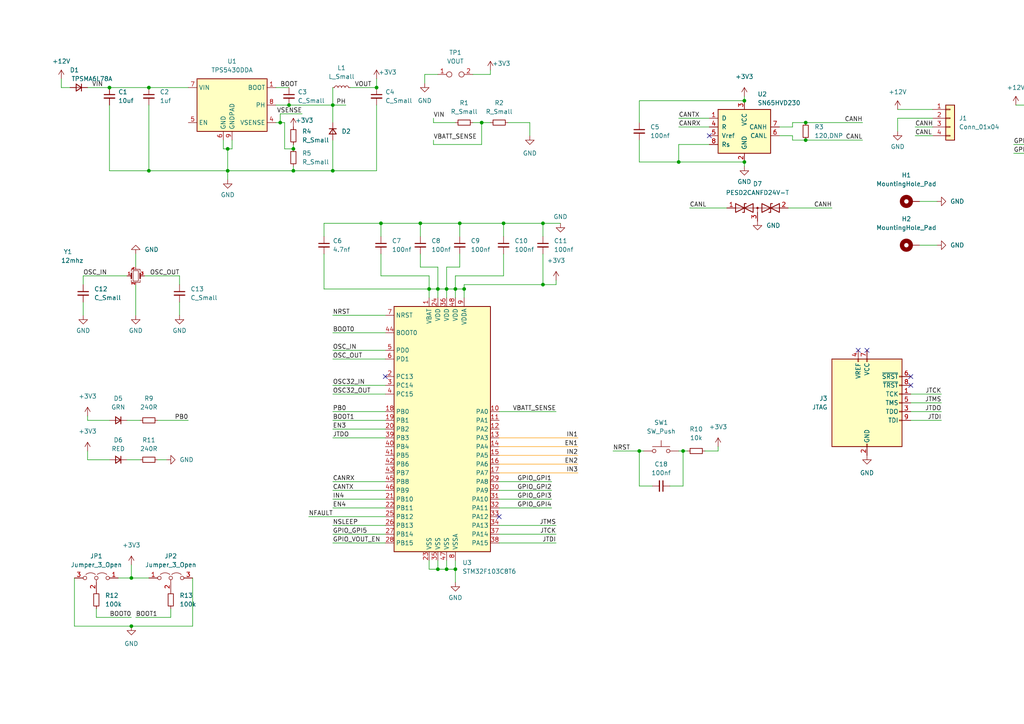
<source format=kicad_sch>
(kicad_sch (version 20211123) (generator eeschema)
  (paper "A4")
  (junction (at 196.85 46.99))
  (junction (at 146.05 64.77))
  (junction (at 198.12 130.81))
  (junction (at -23.495 111.125))
  (junction (at 109.22 25.4))
  (junction (at 129.54 165.1))
  (junction (at -35.56 287.655))
  (junction (at -49.53 117.475))
  (junction (at 83.82 30.48))
  (junction (at 132.08 165.1))
  (junction (at 129.54 83.82))
  (junction (at -23.495 250.825))
  (junction (at 132.08 83.82))
  (junction (at 85.09 43.18))
  (junction (at -38.1 195.58))
  (junction (at 124.46 83.82))
  (junction (at 110.49 64.77))
  (junction (at 96.52 30.48))
  (junction (at 66.04 43.18))
  (junction (at 134.62 83.82))
  (junction (at -89.535 250.825))
  (junction (at -35.56 236.22))
  (junction (at 157.48 64.77))
  (junction (at -38.1 205.105))
  (junction (at 43.18 25.4))
  (junction (at -41.275 116.205))
  (junction (at 29.845 236.22))
  (junction (at 41.91 302.26))
  (junction (at -23.495 116.205))
  (junction (at 29.845 287.655))
  (junction (at -23.495 302.26))
  (junction (at 96.52 49.53))
  (junction (at 121.92 64.77))
  (junction (at 127 83.82))
  (junction (at -45.085 103.505))
  (junction (at 127 165.1))
  (junction (at -49.53 109.855))
  (junction (at 81.28 35.56))
  (junction (at -89.535 294.005))
  (junction (at 185.42 130.81))
  (junction (at 335.28 41.275))
  (junction (at 233.68 35.56))
  (junction (at -41.275 111.125))
  (junction (at 139.7 35.56))
  (junction (at 66.04 49.53))
  (junction (at -97.79 89.535))
  (junction (at 31.75 25.4))
  (junction (at 215.9 46.99))
  (junction (at -49.53 120.015))
  (junction (at 215.9 29.21))
  (junction (at 43.18 49.53))
  (junction (at 38.1 181.61))
  (junction (at 157.48 82.55))
  (junction (at -101.6 236.22))
  (junction (at 133.35 64.77))
  (junction (at 233.68 40.64))
  (junction (at 85.09 49.53))
  (junction (at -101.6 279.4))
  (junction (at 38.1 167.64))
  (junction (at 41.91 250.825))
  (no_connect (at -86.36 158.115))
  (no_connect (at 144.78 149.86))
  (no_connect (at 251.46 101.6))
  (no_connect (at 205.74 39.37))
  (no_connect (at 111.76 109.22))
  (no_connect (at 248.92 101.6))
  (no_connect (at 264.16 109.22))
  (no_connect (at 264.16 111.76))
  (no_connect (at -86.36 155.575))
  (wire (pts (xy -80.01 225.425) (xy -89.535 225.425)))
  (wire (pts (xy 85.09 49.53) (xy 85.09 48.26)))
  (wire (pts (xy -104.775 89.535) (xy -97.79 89.535)))
  (wire (pts (xy -49.53 117.475) (xy -46.355 117.475)))
  (wire (pts (xy -101.6 248.92) (xy -101.6 250.825)))
  (wire (pts (xy 36.83 121.92) (xy 40.64 121.92)))
  (wire (pts (xy -53.34 109.855) (xy -49.53 109.855)))
  (wire (pts (xy 198.12 130.81) (xy 198.12 140.97)))
  (wire (pts (xy 64.77 43.18) (xy 66.04 43.18)))
  (wire (pts (xy 96.52 127) (xy 111.76 127)))
  (wire (pts (xy -111.76 140.335) (xy -88.9 140.335)) (stroke (width 0) (color 255 153 0 1)))
  (wire (pts (xy 127 165.1) (xy 129.54 165.1)))
  (wire (pts (xy 52.07 87.63) (xy 52.07 91.44)))
  (wire (pts (xy 57.785 225.425) (xy 41.91 225.425)))
  (wire (pts (xy 27.94 176.53) (xy 27.94 179.07)))
  (wire (pts (xy 96.52 104.14) (xy 111.76 104.14)))
  (wire (pts (xy 132.08 83.82) (xy 132.08 86.36)))
  (wire (pts (xy -46.99 205.105) (xy -38.1 205.105)))
  (wire (pts (xy 229.87 35.56) (xy 233.68 35.56)))
  (wire (pts (xy 260.35 34.29) (xy 260.35 38.1)))
  (wire (pts (xy 41.91 241.3) (xy 41.91 250.825)))
  (wire (pts (xy 133.35 73.66) (xy 133.35 77.47)))
  (wire (pts (xy 133.35 64.77) (xy 146.05 64.77)))
  (wire (pts (xy -38.1 195.58) (xy -38.1 197.485)))
  (wire (pts (xy -136.525 89.535) (xy -122.555 89.535)))
  (wire (pts (xy 96.52 119.38) (xy 111.76 119.38)))
  (wire (pts (xy -53.34 99.695) (xy -45.085 99.695)))
  (wire (pts (xy -123.825 108.585) (xy -88.9 108.585)) (stroke (width 0) (color 128 77 0 1)))
  (wire (pts (xy 233.68 40.64) (xy 250.19 40.64)))
  (wire (pts (xy 110.49 80.01) (xy 124.46 80.01)))
  (wire (pts (xy 124.46 80.01) (xy 124.46 83.82)))
  (wire (pts (xy 41.91 250.825) (xy 41.91 254)))
  (wire (pts (xy 124.46 83.82) (xy 124.46 86.36)))
  (wire (pts (xy -49.53 112.395) (xy -49.53 109.855)))
  (wire (pts (xy -135.89 94.615) (xy -122.555 94.615)))
  (wire (pts (xy 139.7 35.56) (xy 142.24 35.56)))
  (wire (pts (xy 31.75 25.4) (xy 43.18 25.4)))
  (wire (pts (xy -49.53 158.115) (xy -49.53 155.575)))
  (wire (pts (xy 160.02 142.24) (xy 144.78 142.24)))
  (wire (pts (xy 81.28 35.56) (xy 82.55 35.56)))
  (wire (pts (xy 185.42 46.99) (xy 196.85 46.99)))
  (wire (pts (xy 24.13 80.01) (xy 36.83 80.01)))
  (wire (pts (xy 129.54 83.82) (xy 132.08 83.82)))
  (wire (pts (xy 121.92 64.77) (xy 121.92 68.58)))
  (wire (pts (xy 36.83 133.35) (xy 40.64 133.35)))
  (wire (pts (xy -45.085 102.235) (xy -45.085 103.505)))
  (wire (pts (xy 205.74 41.91) (xy 196.85 41.91)))
  (wire (pts (xy 132.08 80.01) (xy 132.08 83.82)))
  (wire (pts (xy -53.34 97.155) (xy -45.085 97.155)))
  (wire (pts (xy -97.79 87.63) (xy -97.79 89.535)))
  (wire (pts (xy -53.34 137.795) (xy -30.48 137.795)) (stroke (width 0) (color 221 133 0 1)))
  (wire (pts (xy -35.56 302.26) (xy -23.495 302.26)))
  (wire (pts (xy -46.355 116.205) (xy -41.275 116.205)))
  (wire (pts (xy 111.76 152.4) (xy 96.52 152.4)))
  (wire (pts (xy -7.62 275.59) (xy -23.495 275.59)))
  (wire (pts (xy 328.295 37.465) (xy 340.36 37.465)))
  (wire (pts (xy 160.02 139.7) (xy 144.78 139.7)))
  (wire (pts (xy 25.4 25.4) (xy 31.75 25.4)))
  (wire (pts (xy 124.46 162.56) (xy 124.46 165.1)))
  (wire (pts (xy -49.53 122.555) (xy -49.53 120.015)))
  (wire (pts (xy 215.9 29.21) (xy 185.42 29.21)))
  (wire (pts (xy 45.72 133.35) (xy 48.26 133.35)))
  (wire (pts (xy 125.73 35.56) (xy 132.08 35.56)))
  (wire (pts (xy 96.52 154.94) (xy 111.76 154.94)))
  (wire (pts (xy -45.085 99.695) (xy -45.085 100.965)))
  (wire (pts (xy -101.6 225.425) (xy -101.6 228.6)))
  (wire (pts (xy 146.05 64.77) (xy 146.05 68.58)))
  (wire (pts (xy 57.785 275.59) (xy 41.91 275.59)))
  (wire (pts (xy 142.24 20.32) (xy 142.24 21.59)))
  (wire (pts (xy -35.56 233.68) (xy -35.56 236.22)))
  (wire (pts (xy -53.34 102.235) (xy -45.085 102.235)))
  (wire (pts (xy 96.52 114.3) (xy 111.76 114.3)))
  (wire (pts (xy 335.28 40.005) (xy 335.28 41.275)))
  (wire (pts (xy 161.29 81.28) (xy 161.29 82.55)))
  (wire (pts (xy 127 83.82) (xy 129.54 83.82)))
  (wire (pts (xy 226.06 36.83) (xy 229.87 36.83)))
  (wire (pts (xy 208.28 130.81) (xy 204.47 130.81)))
  (wire (pts (xy -46.355 116.205) (xy -46.355 117.475)))
  (wire (pts (xy 24.13 82.55) (xy 24.13 80.01)))
  (wire (pts (xy 167.64 129.54) (xy 144.78 129.54)) (stroke (width 0) (color 255 153 0 1)))
  (wire (pts (xy 317.5 41.275) (xy 335.28 41.275)))
  (wire (pts (xy -45.085 97.155) (xy -45.085 95.885)))
  (wire (pts (xy 80.01 35.56) (xy 81.28 35.56)))
  (wire (pts (xy -89.535 250.825) (xy -89.535 254)))
  (wire (pts (xy 162.56 64.77) (xy 157.48 64.77)))
  (wire (pts (xy -111.76 127.635) (xy -88.9 127.635)) (stroke (width 0) (color 255 153 0 1)))
  (wire (pts (xy 41.91 275.59) (xy 41.91 282.575)))
  (wire (pts (xy 196.85 41.91) (xy 196.85 46.99)))
  (wire (pts (xy 186.69 130.81) (xy 185.42 130.81)))
  (wire (pts (xy 125.73 40.64) (xy 125.73 41.91)))
  (wire (pts (xy 93.98 68.58) (xy 93.98 64.77)))
  (wire (pts (xy 340.36 47.625) (xy 317.5 47.625)) (stroke (width 0) (color 221 133 0 1)))
  (wire (pts (xy 81.28 33.02) (xy 87.63 33.02)))
  (wire (pts (xy -68.58 205.105) (xy -54.61 205.105)))
  (wire (pts (xy 160.02 147.32) (xy 144.78 147.32)))
  (wire (pts (xy -45.085 111.125) (xy -41.275 111.125)))
  (wire (pts (xy 82.55 43.18) (xy 85.09 43.18)))
  (wire (pts (xy 83.82 30.48) (xy 96.52 30.48)))
  (wire (pts (xy 96.52 157.48) (xy 111.76 157.48)))
  (wire (pts (xy 25.4 130.81) (xy 25.4 133.35)))
  (wire (pts (xy 20.32 275.59) (xy 29.845 275.59)))
  (wire (pts (xy 45.72 121.92) (xy 54.61 121.92)))
  (wire (pts (xy 38.1 167.64) (xy 43.18 167.64)))
  (wire (pts (xy 134.62 82.55) (xy 134.62 83.82)))
  (wire (pts (xy -53.34 114.935) (xy -49.53 114.935)))
  (wire (pts (xy -45.085 103.505) (xy -28.575 103.505)))
  (wire (pts (xy 265.43 39.37) (xy 270.51 39.37)))
  (wire (pts (xy 43.18 25.4) (xy 54.61 25.4)))
  (wire (pts (xy 167.64 132.08) (xy 144.78 132.08)) (stroke (width 0) (color 255 153 0 1)))
  (wire (pts (xy -89.535 294.005) (xy -89.535 297.18)))
  (wire (pts (xy 24.13 87.63) (xy 24.13 91.44)))
  (wire (pts (xy 185.42 140.97) (xy 189.23 140.97)))
  (wire (pts (xy -41.275 111.125) (xy -23.495 111.125)))
  (wire (pts (xy 38.1 167.64) (xy 34.29 167.64)))
  (wire (pts (xy 142.24 21.59) (xy 137.16 21.59)))
  (wire (pts (xy -35.56 287.655) (xy -31.115 287.655)))
  (wire (pts (xy -112.395 225.425) (xy -101.6 225.425)))
  (wire (pts (xy 266.7 71.12) (xy 271.78 71.12)))
  (wire (pts (xy 139.7 41.91) (xy 139.7 35.56)))
  (wire (pts (xy -53.34 127.635) (xy -30.48 127.635)) (stroke (width 0) (color 221 133 0 1)))
  (wire (pts (xy 66.04 49.53) (xy 85.09 49.53)))
  (wire (pts (xy 144.78 157.48) (xy 161.29 157.48)))
  (wire (pts (xy 294.005 44.45) (xy 304.8 44.45)))
  (wire (pts (xy 196.85 36.83) (xy 205.74 36.83)))
  (wire (pts (xy 109.22 22.86) (xy 109.22 25.4)))
  (wire (pts (xy 41.91 80.01) (xy 52.07 80.01)))
  (wire (pts (xy -80.01 267.335) (xy -89.535 267.335)))
  (wire (pts (xy -53.34 120.015) (xy -49.53 120.015)))
  (wire (pts (xy 96.52 121.92) (xy 111.76 121.92)))
  (wire (pts (xy 64.77 40.64) (xy 64.77 43.18)))
  (wire (pts (xy 93.98 64.77) (xy 110.49 64.77)))
  (wire (pts (xy -49.53 114.935) (xy -49.53 117.475)))
  (wire (pts (xy 29.845 275.59) (xy 29.845 281.305)))
  (wire (pts (xy 199.39 130.81) (xy 198.12 130.81)))
  (wire (pts (xy 25.4 120.65) (xy 25.4 121.92)))
  (wire (pts (xy 134.62 83.82) (xy 134.62 86.36)))
  (wire (pts (xy 229.87 39.37) (xy 229.87 40.64)))
  (wire (pts (xy -89.535 284.48) (xy -89.535 294.005)))
  (wire (pts (xy 55.88 181.61) (xy 38.1 181.61)))
  (wire (pts (xy 41.91 292.735) (xy 41.91 302.26)))
  (wire (pts (xy 96.52 49.53) (xy 85.09 49.53)))
  (wire (pts (xy -101.6 236.22) (xy -97.155 236.22)))
  (wire (pts (xy 340.36 40.005) (xy 335.28 40.005)))
  (wire (pts (xy 228.6 60.325) (xy 241.3 60.325)))
  (wire (pts (xy 196.85 34.29) (xy 205.74 34.29)))
  (wire (pts (xy 198.12 130.81) (xy 196.85 130.81)))
  (wire (pts (xy 294.64 30.48) (xy 301.625 30.48)))
  (wire (pts (xy 132.08 83.82) (xy 134.62 83.82)))
  (wire (pts (xy -101.6 279.4) (xy -97.155 279.4)))
  (wire (pts (xy 96.52 91.44) (xy 111.76 91.44)))
  (wire (pts (xy 167.64 127) (xy 144.78 127)) (stroke (width 0) (color 255 153 0 1)))
  (wire (pts (xy 167.64 134.62) (xy 144.78 134.62)) (stroke (width 0) (color 255 153 0 1)))
  (wire (pts (xy 353.06 45.085) (xy 375.92 45.085)))
  (wire (pts (xy 96.52 147.32) (xy 111.76 147.32)))
  (wire (pts (xy -123.825 102.743) (xy -123.825 103.505)))
  (wire (pts (xy -10.16 185.42) (xy -25.4 185.42)))
  (wire (pts (xy -45.085 275.59) (xy -35.56 275.59)))
  (wire (pts (xy -101.6 236.22) (xy -101.6 238.76)))
  (wire (pts (xy 177.8 130.81) (xy 185.42 130.81)))
  (wire (pts (xy 123.19 21.59) (xy 127 21.59)))
  (wire (pts (xy -45.085 95.885) (xy -34.925 95.885)))
  (wire (pts (xy 160.02 144.78) (xy 144.78 144.78)))
  (wire (pts (xy 185.42 40.64) (xy 185.42 46.99)))
  (wire (pts (xy 127 83.82) (xy 127 86.36)))
  (wire (pts (xy 111.76 149.86) (xy 89.535 149.86)))
  (wire (pts (xy 264.16 116.84) (xy 273.05 116.84)))
  (wire (pts (xy 66.04 43.18) (xy 67.31 43.18)))
  (wire (pts (xy 29.845 286.385) (xy 29.845 287.655)))
  (wire (pts (xy 153.67 35.56) (xy 147.32 35.56)))
  (wire (pts (xy 121.92 77.47) (xy 127 77.47)))
  (wire (pts (xy 109.22 49.53) (xy 96.52 49.53)))
  (wire (pts (xy 146.05 64.77) (xy 157.48 64.77)))
  (wire (pts (xy 29.845 236.22) (xy 29.845 238.76)))
  (wire (pts (xy 127 162.56) (xy 127 165.1)))
  (wire (pts (xy 41.91 225.425) (xy 41.91 231.14)))
  (wire (pts (xy 29.845 300.355) (xy 29.845 302.26)))
  (wire (pts (xy -35.56 286.385) (xy -35.56 287.655)))
  (wire (pts (xy 29.845 236.22) (xy 34.29 236.22)))
  (wire (pts (xy 144.78 119.38) (xy 161.29 119.38)))
  (wire (pts (xy 317.5 55.245) (xy 340.36 55.245)))
  (wire (pts (xy 196.85 46.99) (xy 215.9 46.99)))
  (wire (pts (xy 29.845 248.92) (xy 29.845 250.825)))
  (wire (pts (xy -45.085 103.505) (xy -45.085 104.775)))
  (wire (pts (xy 264.16 114.3) (xy 273.05 114.3)))
  (wire (pts (xy 229.87 40.64) (xy 233.68 40.64)))
  (wire (pts (xy 96.52 96.52) (xy 111.76 96.52)))
  (wire (pts (xy 132.08 165.1) (xy 132.08 168.91)))
  (wire (pts (xy 29.845 302.26) (xy 41.91 302.26)))
  (wire (pts (xy 96.52 35.56) (xy 96.52 30.48)))
  (wire (pts (xy 129.54 165.1) (xy 132.08 165.1)))
  (wire (pts (xy -113.919 102.743) (xy -123.825 102.743)))
  (wire (pts (xy 335.28 42.545) (xy 335.28 41.275)))
  (wire (pts (xy 29.845 250.825) (xy 41.91 250.825)))
  (wire (pts (xy 21.59 167.64) (xy 21.59 181.61)))
  (wire (pts (xy 31.75 30.48) (xy 31.75 49.53)))
  (wire (pts (xy -23.495 107.315) (xy -23.495 111.125)))
  (wire (pts (xy -101.6 278.13) (xy -101.6 279.4)))
  (wire (pts (xy -38.1 195.58) (xy -33.02 195.58)))
  (wire (pts (xy -89.535 225.425) (xy -89.535 231.14)))
  (wire (pts (xy 49.53 176.53) (xy 49.53 179.07)))
  (wire (pts (xy -45.085 104.775) (xy -53.34 104.775)))
  (wire (pts (xy -35.56 236.22) (xy -35.56 238.76)))
  (wire (pts (xy 93.98 83.82) (xy 124.46 83.82)))
  (wire (pts (xy 96.52 124.46) (xy 111.76 124.46)))
  (wire (pts (xy 39.37 73.66) (xy 39.37 77.47)))
  (wire (pts (xy -53.34 122.555) (xy -49.53 122.555)))
  (wire (pts (xy 80.01 30.48) (xy 83.82 30.48)))
  (wire (pts (xy 215.9 27.94) (xy 215.9 29.21)))
  (wire (pts (xy -35.56 248.92) (xy -35.56 250.825)))
  (wire (pts (xy 185.42 29.21) (xy 185.42 35.56)))
  (wire (pts (xy -35.56 300.355) (xy -35.56 302.26)))
  (wire (pts (xy -111.76 135.255) (xy -88.9 135.255)) (stroke (width 0) (color 255 153 0 1)))
  (wire (pts (xy -45.085 100.965) (xy -34.925 100.965)))
  (wire (pts (xy 340.36 45.085) (xy 317.5 45.085)) (stroke (width 0) (color 221 133 0 1)))
  (wire (pts (xy 157.48 64.77) (xy 157.48 68.58)))
  (wire (pts (xy 41.91 302.26) (xy 41.91 305.435)))
  (wire (pts (xy 127 77.47) (xy 127 83.82)))
  (wire (pts (xy 264.16 121.92) (xy 273.05 121.92)))
  (wire (pts (xy -53.34 130.175) (xy -30.48 130.175)) (stroke (width 0) (color 221 133 0 1)))
  (wire (pts (xy 129.54 162.56) (xy 129.54 165.1)))
  (wire (pts (xy 38.1 163.83) (xy 38.1 167.64)))
  (wire (pts (xy 110.49 64.77) (xy 121.92 64.77)))
  (wire (pts (xy 82.55 35.56) (xy 82.55 43.18)))
  (wire (pts (xy 144.78 154.94) (xy 161.29 154.94)))
  (wire (pts (xy -89.535 267.335) (xy -89.535 274.32)))
  (wire (pts (xy -111.76 125.095) (xy -88.9 125.095)) (stroke (width 0) (color 255 153 0 1)))
  (wire (pts (xy 317.5 52.705) (xy 340.36 52.705)))
  (wire (pts (xy -30.48 137.795) (xy -30.48 141.605)))
  (wire (pts (xy 85.09 43.18) (xy 85.09 41.91)))
  (wire (pts (xy 52.07 80.01) (xy 52.07 82.55)))
  (wire (pts (xy -25.4 185.42) (xy -25.4 190.5)))
  (wire (pts (xy 340.36 42.545) (xy 335.28 42.545)))
  (wire (pts (xy 93.98 73.66) (xy 93.98 83.82)))
  (wire (pts (xy -48.895 225.425) (xy -35.56 225.425)))
  (wire (pts (xy 96.52 111.76) (xy 111.76 111.76)))
  (wire (pts (xy 125.73 41.91) (xy 139.7 41.91)))
  (wire (pts (xy -112.395 267.335) (xy -101.6 267.335)))
  (wire (pts (xy 96.52 25.4) (xy 96.52 30.48)))
  (wire (pts (xy -97.79 94.615) (xy -104.775 94.615)))
  (wire (pts (xy 233.68 35.56) (xy 250.19 35.56)))
  (wire (pts (xy -101.6 250.825) (xy -89.535 250.825)))
  (wire (pts (xy 167.64 137.16) (xy 144.78 137.16)) (stroke (width 0) (color 255 153 0 1)))
  (wire (pts (xy 81.28 33.02) (xy 81.28 35.56)))
  (wire (pts (xy 260.35 31.75) (xy 270.51 31.75)))
  (wire (pts (xy 121.92 73.66) (xy 121.92 77.47)))
  (wire (pts (xy -23.495 302.26) (xy -23.495 305.435)))
  (wire (pts (xy -25.4 205.105) (xy -25.4 200.66)))
  (wire (pts (xy 29.845 233.68) (xy 29.845 236.22)))
  (wire (pts (xy 96.52 142.24) (xy 111.76 142.24)))
  (wire (pts (xy 25.4 121.92) (xy 31.75 121.92)))
  (wire (pts (xy -53.34 112.395) (xy -49.53 112.395)))
  (wire (pts (xy 110.49 73.66) (xy 110.49 80.01)))
  (wire (pts (xy 200.025 60.325) (xy 210.82 60.325)))
  (wire (pts (xy 39.37 179.07) (xy 49.53 179.07)))
  (wire (pts (xy -23.495 275.59) (xy -23.495 282.575)))
  (wire (pts (xy 229.87 36.83) (xy 229.87 35.56)))
  (wire (pts (xy -68.58 195.58) (xy -38.1 195.58)))
  (wire (pts (xy 16.51 225.425) (xy 29.845 225.425)))
  (wire (pts (xy -108.585 111.125) (xy -88.9 111.125)))
  (wire (pts (xy 137.16 35.56) (xy 139.7 35.56)))
  (wire (pts (xy 157.48 82.55) (xy 134.62 82.55)))
  (wire (pts (xy -111.76 137.795) (xy -88.9 137.795)) (stroke (width 0) (color 255 153 0 1)))
  (wire (pts (xy 38.1 179.07) (xy 27.94 179.07)))
  (wire (pts (xy 264.16 119.38) (xy 273.05 119.38)))
  (wire (pts (xy 215.9 48.26) (xy 215.9 46.99)))
  (wire (pts (xy 146.05 73.66) (xy 146.05 80.01)))
  (wire (pts (xy 39.37 82.55) (xy 39.37 91.44)))
  (wire (pts (xy -117.475 89.535) (xy -112.395 89.535)))
  (wire (pts (xy 96.52 101.6) (xy 111.76 101.6)))
  (wire (pts (xy 353.06 55.245) (xy 375.92 55.245)))
  (wire (pts (xy 109.22 30.48) (xy 109.22 49.53)))
  (wire (pts (xy 110.49 68.58) (xy 110.49 64.77)))
  (wire (pts (xy -117.475 94.615) (xy -112.395 94.615)))
  (wire (pts (xy -49.53 109.855) (xy -45.085 109.855)))
  (wire (pts (xy 96.52 139.7) (xy 111.76 139.7)))
  (wire (pts (xy 121.92 64.77) (xy 133.35 64.77)))
  (wire (pts (xy -53.34 135.255) (xy -30.48 135.255)) (stroke (width 0) (color 221 133 0 1)))
  (wire (pts (xy 208.28 129.54) (xy 208.28 130.81)))
  (wire (pts (xy 266.7 58.42) (xy 271.78 58.42)))
  (wire (pts (xy 132.08 162.56) (xy 132.08 165.1)))
  (wire (pts (xy -49.53 117.475) (xy -49.53 120.015)))
  (wire (pts (xy 66.04 43.18) (xy 66.04 49.53)))
  (wire (pts (xy -23.495 250.825) (xy -23.495 254)))
  (wire (pts (xy -38.1 205.105) (xy -25.4 205.105)))
  (wire (pts (xy -23.495 225.425) (xy -23.495 231.14)))
  (wire (pts (xy -89.535 241.3) (xy -89.535 250.825)))
  (wire (pts (xy -23.495 292.735) (xy -23.495 302.26)))
  (wire (pts (xy 29.845 287.655) (xy 29.845 290.195)))
  (wire (pts (xy 260.35 34.29) (xy 270.51 34.29)))
  (wire (pts (xy 144.78 152.4) (xy 161.29 152.4)))
  (wire (pts (xy 125.73 34.29) (xy 125.73 35.56)))
  (wire (pts (xy 153.67 39.37) (xy 153.67 35.56)))
  (wire (pts (xy 25.4 133.35) (xy 31.75 133.35)))
  (wire (pts (xy 55.88 167.64) (xy 55.88 181.61)))
  (wire (pts (xy -101.6 233.68) (xy -101.6 236.22)))
  (wire (pts (xy 67.31 43.18) (xy 67.31 40.64)))
  (wire (pts (xy 96.52 40.64) (xy 96.52 49.53)))
  (wire (pts (xy -38.1 205.105) (xy -38.1 202.565)))
  (wire (pts (xy -101.6 279.4) (xy -101.6 281.94)))
  (wire (pts (xy 146.05 80.01) (xy 132.08 80.01)))
  (wire (pts (xy -53.34 155.575) (xy -49.53 155.575)))
  (wire (pts (xy -111.76 132.715) (xy -88.9 132.715)) (stroke (width 0) (color 255 153 0 1)))
  (wire (pts (xy 96.52 144.78) (xy 111.76 144.78)))
  (wire (pts (xy -45.085 107.315) (xy -45.085 106.045)))
  (wire (pts (xy 157.48 73.66) (xy 157.48 82.55)))
  (wire (pts (xy -7.62 225.425) (xy -23.495 225.425)))
  (wire (pts (xy -53.34 132.715) (xy -30.48 132.715)) (stroke (width 0) (color 221 133 0 1)))
  (wire (pts (xy 80.01 25.4) (xy 83.82 25.4)))
  (wire (pts (xy 340.36 50.165) (xy 317.5 50.165)) (stroke (width 0) (color 221 133 0 1)))
  (wire (pts (xy -111.76 130.175) (xy -88.9 130.175)) (stroke (width 0) (color 255 153 0 1)))
  (wire (pts (xy 265.43 36.83) (xy 270.51 36.83)))
  (wire (pts (xy -101.6 267.335) (xy -101.6 273.05)))
  (wire (pts (xy 29.845 287.655) (xy 34.29 287.655)))
  (wire (pts (xy 133.35 64.77) (xy 133.35 68.58)))
  (wire (pts (xy 185.42 130.81) (xy 185.42 140.97)))
  (wire (pts (xy 161.29 82.55) (xy 157.48 82.55)))
  (wire (pts (xy -23.495 241.3) (xy -23.495 250.825)))
  (wire (pts (xy 226.06 39.37) (xy 229.87 39.37)))
  (wire (pts (xy -53.34 107.315) (xy -45.085 107.315)))
  (wire (pts (xy 29.845 225.425) (xy 29.845 228.6)))
  (wire (pts (xy -101.6 292.1) (xy -101.6 294.005)))
  (wire (pts (xy 66.04 49.53) (xy 66.04 52.07)))
  (wire (pts (xy -111.76 142.875) (xy -88.9 142.875)) (stroke (width 0) (color 255 153 0 1)))
  (wire (pts (xy 43.18 49.53) (xy 66.04 49.53)))
  (wire (pts (xy 198.12 140.97) (xy 194.31 140.97)))
  (wire (pts (xy 20.32 25.4) (xy 17.78 25.4)))
  (wire (pts (xy -97.79 89.535) (xy -97.79 94.615)))
  (wire (pts (xy 124.46 83.82) (xy 127 83.82)))
  (wire (pts (xy -101.6 294.005) (xy -89.535 294.005)))
  (wire (pts (xy -108.585 113.665) (xy -88.9 113.665)))
  (wire (pts (xy 124.46 165.1) (xy 127 165.1)))
  (wire (pts (xy -35.56 275.59) (xy -35.56 281.305)))
  (wire (pts (xy -53.34 117.475) (xy -49.53 117.475)))
  (wire (pts (xy 129.54 83.82) (xy 129.54 86.36)))
  (wire (pts (xy -35.56 287.655) (xy -35.56 290.195)))
  (wire (pts (xy -45.085 109.855) (xy -45.085 111.125)))
  (wire (pts (xy -35.56 250.825) (xy -23.495 250.825)))
  (wire (pts (xy 123.19 24.13) (xy 123.19 21.59)))
  (wire (pts (xy 17.78 25.4) (xy 17.78 22.86)))
  (wire (pts (xy 43.18 30.48) (xy 43.18 49.53)))
  (wire (pts (xy -23.495 107.315) (xy -11.43 107.315)))
  (wire (pts (xy 101.6 25.4) (xy 109.22 25.4)))
  (wire (pts (xy 133.35 77.47) (xy 129.54 77.47)))
  (wire (pts (xy 31.75 49.53) (xy 43.18 49.53)))
  (wire (pts (xy 96.52 30.48) (xy 100.33 30.48)))
  (wire (pts (xy 129.54 77.47) (xy 129.54 83.82)))
  (wire (pts (xy -41.275 116.205) (xy -23.495 116.205)))
  (wire (pts (xy -35.56 225.425) (xy -35.56 228.6)))
  (wire (pts (xy 21.59 181.61) (xy 38.1 181.61)))
  (wire (pts (xy -45.085 106.045) (xy -41.275 106.045)))
  (wire (pts (xy -35.56 236.22) (xy -31.115 236.22)))
  (wire (pts (xy 294.005 41.91) (xy 304.8 41.91)))
  (label "VOUT" (at 102.87 25.4 0))
  (label "VBATT_SENSE" (at 125.73 40.64 0))
  (label "EN3" (at -111.76 130.175 0))
  (label "FUSED_VBAT_IN" (at -44.45 205.105 0))
  (label "IN4" (at 96.52 144.78 0))
  (label "12VOUT" (at -10.16 185.42 180))
  (label "CANH" (at 241.3 60.325 180))
  (label "IN1" (at 167.64 127 180))
  (label "BOOT0" (at 96.52 96.52 0))
  (label "IN3" (at -111.76 140.335 0))
  (label "12VOUT" (at -11.43 107.315 180))
  (label "CP2" (at -45.085 100.965 0))
  (label "GPI5" (at 20.32 275.59 0))
  (label "V3P3OUT" (at -30.48 137.795 180))
  (label "LED_DRV_PWR" (at -136.525 89.535 0))
  (label "EN3" (at 96.52 124.46 0))
  (label "PB0" (at 54.61 121.92 180))
  (label "MOTOR2_OUT2" (at -30.48 135.255 180))
  (label "OSC32_OUT" (at 96.52 114.3 0))
  (label "JTDI" (at 273.05 121.92 180))
  (label "CANH" (at 265.43 36.83 0))
  (label "V3P3OUT" (at -113.919 102.743 180))
  (label "VM" (at -19.05 107.315 180))
  (label "GPI1" (at -112.395 267.335 0))
  (label "OSC_IN" (at 96.52 101.6 0))
  (label "BOOT1" (at 39.37 179.07 0))
  (label "NSLEEP" (at -108.585 111.125 0))
  (label "GPIO_GPI2" (at 160.02 142.24 180))
  (label "CANRX" (at 96.52 139.7 0))
  (label "EN1" (at 167.64 129.54 180))
  (label "NSLEEP" (at 96.52 152.4 0))
  (label "VIN" (at 26.67 25.4 0))
  (label "NFAULT" (at 89.535 149.86 0))
  (label "GPIO_GPI5" (at 57.785 275.59 180))
  (label "GPIO_GPI3" (at -7.62 275.59 180))
  (label "MOTOR1_OUT2" (at 317.5 47.625 0))
  (label "NFAULT" (at -108.585 113.665 0))
  (label "VSENSE" (at 87.63 33.02 180))
  (label "VOUT_EN" (at -68.58 195.58 0))
  (label "MOTOR2_OUT1" (at -30.48 132.715 180))
  (label "OSC_OUT" (at 96.52 104.14 0))
  (label "OSC_IN" (at 24.13 80.01 0))
  (label "JTDI" (at 161.29 157.48 180))
  (label "GPI4" (at 294.005 44.45 0))
  (label "CANRX" (at 196.85 36.83 0))
  (label "CANL" (at 265.43 39.37 0))
  (label "NFAULT" (at -135.89 94.615 0))
  (label "EN2" (at -111.76 127.635 0))
  (label "SRC34" (at -53.34 104.775 0))
  (label "GPIO_GPI4" (at 160.02 147.32 180))
  (label "GPIO_GPI4" (at -7.62 225.425 180))
  (label "JTDO" (at 96.52 127 0))
  (label "NRST" (at 177.8 130.81 0))
  (label "OSC_OUT" (at 52.07 80.01 180))
  (label "GPI3" (at 294.005 41.91 0))
  (label "EN2" (at 167.64 134.62 180))
  (label "MOTOR1_OUT1" (at 317.5 45.085 0))
  (label "CANL" (at 317.5 55.245 0))
  (label "GPIO_GPI1" (at 160.02 139.7 180))
  (label "IN4" (at -111.76 142.875 0))
  (label "VBAT_IN" (at -68.58 205.105 0))
  (label "PB0" (at 96.52 119.38 0))
  (label "GPIO_GPI1" (at -80.01 267.335 180))
  (label "BOOT" (at 81.28 25.4 0))
  (label "CANTX" (at 96.52 142.24 0))
  (label "EN4" (at -111.76 132.715 0))
  (label "CANTX" (at 196.85 34.29 0))
  (label "MOTOR2_OUT1" (at 317.5 50.165 0))
  (label "MOTOR1_OUT1" (at -30.48 127.635 180))
  (label "JTCK" (at 161.29 154.94 180))
  (label "NRST" (at 96.52 91.44 0))
  (label "CANH" (at 250.19 35.56 180))
  (label "PH" (at 100.33 30.48 180))
  (label "VCP" (at -52.705 107.315 0))
  (label "GPI1" (at 375.92 45.085 180))
  (label "EN4" (at 96.52 147.32 0))
  (label "VOUT_EN" (at 16.51 225.425 0))
  (label "GPIO_GPI2" (at -80.01 225.425 180))
  (label "IN2" (at 167.64 132.08 180))
  (label "MOTOR2_OUT2" (at 317.5 52.705 0))
  (label "IN2" (at -111.76 137.795 0))
  (label "GPI2" (at -112.395 225.425 0))
  (label "VBAT_IN" (at 317.5 41.275 0))
  (label "JTDO" (at 273.05 119.38 180))
  (label "CP1" (at -45.085 95.885 0))
  (label "JTCK" (at 273.05 114.3 180))
  (label "VBATT_SENSE" (at 161.29 119.38 180))
  (label "OSC32_IN" (at 96.52 111.76 0))
  (label "CANL" (at 200.025 60.325 0))
  (label "BOOT1" (at 96.52 121.92 0))
  (label "EN1" (at -111.76 125.095 0))
  (label "VIN" (at 125.73 34.29 0))
  (label "SRC12" (at -53.34 102.235 0))
  (label "GPIO_VOUT_EN" (at 96.52 157.48 0))
  (label "GPIO_GPI3" (at 160.02 144.78 180))
  (label "MOTOR1_OUT2" (at -30.48 130.175 180))
  (label "IN3" (at 167.64 137.16 180))
  (label "JTMS" (at 273.05 116.84 180))
  (label "CANL" (at 250.19 40.64 180))
  (label "GPI4" (at -48.895 225.425 0))
  (label "GPIO_GPI5" (at 96.52 154.94 0))
  (label "CANH" (at 375.92 55.245 180))
  (label "JTMS" (at 161.29 152.4 180))
  (label "BOOT0" (at 38.1 179.07 180))
  (label "IN1" (at -111.76 135.255 0))
  (label "GPIO_VOUT_EN" (at 57.785 225.425 180))
  (label "GPI3" (at -45.085 275.59 0))
  (label "DRV_NRESET" (at -108.585 108.585 0))
  (symbol (lib_id "Device:R_Small") (at 29.845 292.735 0) (unit 1)
    (property "Reference" "R30" (at 23.495 291.4649 0) (effects (justify left)))
    (property "Value" "1k" (at 23.495 294.0049 0) (effects (justify left)))
    (property "Footprint" "Resistor_SMD:R_0402_1005Metric" (effects hide))
    (property "Description" "RES 1K OHM 1% 1/16W 0402" (effects hide))
    (property "MPN" "RMCF0402FT1K00" (effects hide))
  )
  (symbol (lib_id "Device:R_Small") (at -38.1 200.025 0) (unit 1)
    (property "Reference" "R14" (at -35.56 198.7549 0) (effects (justify left)))
    (property "Value" "10k" (at -35.56 201.2949 0) (effects (justify left)))
    (property "Footprint" "Resistor_SMD:R_0603_1608Metric" (effects hide))
    (property "MPN" "RNCP0603FTD10K0" (effects hide))
    (property "Description" "RES 10K OHM 1% 1/8W 0603" (effects hide))
  )
  (symbol (lib_id "Switch:SW_Push") (at 191.77 130.81 0) (unit 1)
    (property "Reference" "SW1" (at 191.77 122.555 0))
    (property "Value" "SW_Push" (at 191.77 125.095 0))
    (property "Footprint" "ConeCodes:SW_RS-032G05A3-SMRT" (effects hide))
  )
  (symbol (lib_id "power:GND") (at 52.07 91.44 0) (unit 1)
    (property "Reference" "#PWR022" (effects hide))
    (property "Value" "GND" (at 52.07 95.885 0))
  )
  (symbol (lib_id "power:GND") (at -89.535 297.18 0) (unit 1)
    (property "Reference" "#PWR039" (effects hide))
    (property "Value" "GND" (at -89.535 302.26 0))
  )
  (symbol (lib_id "Device:C_Small") (at 110.49 71.12 0) (unit 1)
    (property "Reference" "C7" (at 113.665 69.8562 0) (effects (justify left)))
    (property "Value" "100nf" (at 113.665 72.3962 0) (effects (justify left)))
    (property "Footprint" "Capacitor_SMD:C_0402_1005Metric" (effects hide))
  )
  (symbol (lib_id "Device:C_Small") (at 83.82 27.94 0) (unit 1)
    (property "Reference" "C3" (at 86.36 26.6762 0) (effects (justify left)))
    (property "Value" "C_Small" (at 86.36 29.2162 0) (effects (justify left)))
    (property "Footprint" "Capacitor_SMD:C_0805_2012Metric" (effects hide))
  )
  (symbol (lib_id "power:+12V") (at 328.295 37.465 0) (unit 1)
    (property "Reference" "#PWR0101" (effects hide))
    (property "Value" "+12V" (at 328.295 32.385 0))
  )
  (symbol (lib_id "power:GND") (at -30.48 146.685 0) (unit 1)
    (property "Reference" "#PWR030" (effects hide))
    (property "Value" "GND" (at -30.48 151.765 0))
  )
  (symbol (lib_id "power:+12V") (at 294.64 30.48 0) (unit 1)
    (property "Reference" "#PWR06" (effects hide))
    (property "Value" "+12V" (at 294.64 25.4 0))
  )
  (symbol (lib_id "Device:C_Small") (at 31.75 27.94 0) (unit 1)
    (property "Reference" "C1" (at 34.29 26.6762 0) (effects (justify left)))
    (property "Value" "10uf" (at 34.29 29.2162 0) (effects (justify left)))
    (property "Footprint" "Capacitor_SMD:C_0805_2012Metric" (effects hide))
  )
  (symbol (lib_id "Interface_CAN_LIN:SN65HVD230") (at 215.9 36.83 0) (unit 1)
    (property "Reference" "U2" (at 219.71 27.305 0) (effects (justify left)))
    (property "Value" "SN65HVD230" (at 219.71 29.845 0) (effects (justify left)))
    (property "Footprint" "Package_SO:SOIC-8_3.9x4.9mm_P1.27mm" (effects hide))
    (property "Datasheet" "http://www.ti.com/lit/ds/symlink/sn65hvd230.pdf" (effects hide))
  )
  (symbol (lib_id "power:+12V") (at 260.35 31.75 0) (unit 1)
    (property "Reference" "#PWR07" (effects hide))
    (property "Value" "+12V" (at 260.35 26.67 0))
  )
  (symbol (lib_id "Device:R_Small") (at 27.94 173.99 0) (unit 1)
    (property "Reference" "R12" (at 30.48 172.7199 0) (effects (justify left)))
    (property "Value" "100k" (at 30.48 175.2599 0) (effects (justify left)))
    (property "Footprint" "Resistor_SMD:R_0402_1005Metric" (effects hide))
  )
  (symbol (lib_id "power:+3V3") (at 38.1 163.83 0) (unit 1)
    (property "Reference" "#PWR032" (effects hide))
    (property "Value" "+3V3" (at 38.1 158.115 0))
  )
  (symbol (lib_id "power:+3V3") (at 142.24 20.32 0) (unit 1)
    (property "Reference" "#PWR01" (effects hide))
    (property "Value" "+3V3" (at 145.415 18.415 0))
  )
  (symbol (lib_id "Connector:AVR-JTAG-10") (at 251.46 116.84 0) (unit 1)
    (property "Reference" "J3" (at 240.03 115.5699 0) (effects (justify right)))
    (property "Value" "JTAG" (at 240.03 118.1099 0) (effects (justify right)))
    (property "Footprint" "Connector_PinHeader_1.27mm:PinHeader_2x06_P1.27mm_Vertical_SMD" (effects hide))
    (property "Datasheet" " ~" (effects hide))
  )
  (symbol (lib_id "Mechanical:MountingHole_Pad") (at 264.16 58.42 90) (unit 1)
    (property "Reference" "H1" (at 262.89 50.8 90))
    (property "Value" "MountingHole_Pad" (at 262.89 53.34 90))
    (property "Footprint" "MountingHole:MountingHole_3.2mm_M3_Pad_Via" (effects hide))
  )
  (symbol (lib_id "power:+3V3") (at 25.4 130.81 0) (unit 1)
    (property "Reference" "#PWR027" (effects hide))
    (property "Value" "+3V3" (at 25.4 125.095 0))
  )
  (symbol (lib_id "Device:D_Small") (at 34.29 133.35 180) (unit 1)
    (property "Reference" "D6" (at 34.29 127.635 0))
    (property "Value" "RED" (at 34.29 130.175 0))
    (property "Footprint" "LED_SMD:LED_0603_1608Metric" (effects hide))
  )
  (symbol (lib_id "Device:C_Small") (at -34.925 98.425 0) (unit 1)
    (property "Reference" "C14" (at -31.75 97.1612 0) (effects (justify left)))
    (property "Value" "0.01uF" (at -31.75 99.7012 0) (effects (justify left)))
    (property "Footprint" "Capacitor_SMD:C_0805_2012Metric" (effects hide))
    (property "MPN" "C0805C103K1RAC7210" (effects hide))
    (property "Description" "CAP CER SMD 0805 .01UF 100V X7R" (effects hide))
  )
  (symbol (lib_id "MCU_ST_STM32F1:STM32F103C8Tx") (at 129.54 124.46 0) (unit 1)
    (property "Reference" "U3" (at 134.0994 163.195 0) (effects (justify left)))
    (property "Value" "STM32F103C8T6" (at 134.0994 165.735 0) (effects (justify left)))
    (property "Footprint" "Package_QFP:LQFP-48_7x7mm_P0.5mm" (effects hide))
    (property "Datasheet" "http://www.st.com/st-web-ui/static/active/en/resource/technical/document/datasheet/CD00161566.pdf" (effects hide))
    (property "LCSC" "STM32F103C8T6" (effects hide))
  )
  (symbol (lib_id "power:+3V3") (at -97.79 87.63 0) (unit 1)
    (property "Reference" "#PWR018" (effects hide))
    (property "Value" "+3V3" (at -97.79 81.915 0))
  )
  (symbol (lib_id "Device:R_Small") (at -35.56 241.3 0) (unit 1)
    (property "Reference" "R19" (at -43.18 240.0299 0) (effects (justify left)))
    (property "Value" "1k" (at -43.18 242.5699 0) (effects (justify left)))
    (property "Footprint" "Resistor_SMD:R_0402_1005Metric" (effects hide))
    (property "Description" "RES 1K OHM 1% 1/16W 0402" (effects hide))
    (property "MPN" "RMCF0402FT1K00" (effects hide))
  )
  (symbol (lib_id "power:GND") (at -23.495 116.205 0) (unit 1)
    (property "Reference" "#PWR024" (effects hide))
    (property "Value" "GND" (at -23.495 121.285 0))
  )
  (symbol (lib_id "Device:Crystal_GND24_Small") (at 39.37 80.01 0) (unit 1)
    (property "Reference" "Y1" (at 19.685 73.025 0))
    (property "Value" "12mhz" (at 20.955 75.565 0))
    (property "Footprint" "Crystal:Crystal_SMD_3225-4Pin_3.2x2.5mm" (effects hide))
    (property "LCSC" "C9002" (effects hide))
    (property "MPN" "12MHz SMD Crystal Resonator 20pF ±10ppm ±30ppm -40℃~+85℃ SMD3225-4P Crystals ROHS" (effects hide))
  )
  (symbol (lib_id "Device:C_Small") (at 121.92 71.12 0) (unit 1)
    (property "Reference" "C8" (at 125.095 69.8562 0) (effects (justify left)))
    (property "Value" "100nf" (at 125.095 72.3962 0) (effects (justify left)))
    (property "Footprint" "Capacitor_SMD:C_0402_1005Metric" (effects hide))
  )
  (symbol (lib_id "Connector_Generic:Conn_02x08_Top_Bottom") (at 345.44 45.085 0) (unit 1)
    (property "Reference" "J2" (at 346.71 30.48 0))
    (property "Value" "Conn_02x08_Top_Bottom" (at 346.71 33.02 0))
    (property "Footprint" "ConeCodes:953371" (effects hide))
  )
  (symbol (lib_id "Device:C_Small") (at 52.07 85.09 0) (unit 1)
    (property "Reference" "C13" (at 55.245 83.8262 0) (effects (justify left)))
    (property "Value" "C_Small" (at 55.245 86.3662 0) (effects (justify left)))
    (property "Footprint" "Capacitor_SMD:C_0402_1005Metric" (effects hide))
  )
  (symbol (lib_id "Device:R_Small") (at 43.18 121.92 90) (unit 1)
    (property "Reference" "R9" (at 43.18 115.57 90))
    (property "Value" "240R" (at 43.18 118.11 90))
    (property "Footprint" "Resistor_SMD:R_0603_1608Metric" (effects hide))
  )
  (symbol (lib_id "power:GND") (at 153.67 39.37 0) (unit 1)
    (property "Reference" "#PWR010" (effects hide))
    (property "Value" "GND" (at 153.67 44.45 0))
  )
  (symbol (lib_id "Device:R_Small") (at -101.6 231.14 0) (unit 1)
    (property "Reference" "R15" (at -103.505 229.8699 0) (effects (justify right)))
    (property "Value" "10k" (at -103.505 232.4099 0) (effects (justify right)))
    (property "Footprint" "Resistor_SMD:R_0402_1005Metric" (effects hide))
    (property "Description" "RES 10K OHM 5% 1/16W 0402" (effects hide))
    (property "MPN" "RMCF0402JT10K0" (effects hide))
  )
  (symbol (lib_id "Device:C_Small") (at 191.77 140.97 270) (unit 1)
    (property "Reference" "C18" (at 191.7636 134.62 90))
    (property "Value" "100nf" (at 191.7636 137.16 90))
    (property "Footprint" "Capacitor_SMD:C_0402_1005Metric" (effects hide))
  )
  (symbol (lib_id "Device:Q_Dual_NPN_NPN_E1B1C2E2B2C1") (at 39.37 236.22 0) (unit 1)
    (property "Reference" "Q4" (at 45.085 234.9499 0) (effects (justify left)))
    (property "Value" "MBT3904DW1T1G" (at 45.72 238.7599 0) (effects (justify left)))
    (property "Footprint" "Package_TO_SOT_SMD:SOT-363_SC-70-6" (effects hide))
    (property "MPN" "MBT3904DW1T1G" (effects hide))
    (property "Description" "TRANS 2NPN 40V 0.2A SC88/SC70-6" (effects hide))
  )
  (symbol (lib_id "Device:D_TVS_Dual_AAC") (at 219.71 60.325 0) (unit 1)
    (property "Reference" "D7" (at 219.71 53.34 0))
    (property "Value" "PESD2CANFD24V-T" (at 219.71 55.88 0))
    (property "Footprint" "Package_TO_SOT_SMD:SOT-23" (effects hide))
    (property "MPN" "PESD2CANFD24V-T" (effects hide))
    (property "Description" "TVS DIODE 24VWM 42VC TO236AB" (effects hide))
  )
  (symbol (lib_id "Device:C_Small") (at 109.22 27.94 0) (unit 1)
    (property "Reference" "C4" (at 111.76 26.6762 0) (effects (justify left)))
    (property "Value" "C_Small" (at 111.76 29.2162 0) (effects (justify left)))
    (property "Footprint" "Capacitor_SMD:C_0805_2012Metric" (effects hide))
  )
  (symbol (lib_id "Device:R_Small") (at -101.6 275.59 0) (unit 1)
    (property "Reference" "R24" (at -103.505 274.3199 0) (effects (justify right)))
    (property "Value" "10k" (at -103.505 276.8599 0) (effects (justify right)))
    (property "Footprint" "Resistor_SMD:R_0402_1005Metric" (effects hide))
    (property "Description" "RES 10K OHM 5% 1/16W 0402" (effects hide))
    (property "MPN" "RMCF0402JT10K0" (effects hide))
  )
  (symbol (lib_id "Device:C_Small") (at 93.98 71.12 0) (unit 1)
    (property "Reference" "C6" (at 96.52 69.8562 0) (effects (justify left)))
    (property "Value" "4.7nf" (at 96.52 72.3962 0) (effects (justify left)))
    (property "Footprint" "Capacitor_SMD:C_0805_2012Metric" (effects hide))
  )
  (symbol (lib_id "Device:R_Small") (at 49.53 173.99 0) (unit 1)
    (property "Reference" "R13" (at 52.07 172.7199 0) (effects (justify left)))
    (property "Value" "100k" (at 52.07 175.2599 0) (effects (justify left)))
    (property "Footprint" "Resistor_SMD:R_0402_1005Metric" (effects hide))
  )
  (symbol (lib_id "power:GND") (at 162.56 64.77 0) (unit 1)
    (property "Reference" "#PWR014" (effects hide))
    (property "Value" "GND" (at 162.56 62.865 0))
  )
  (symbol (lib_id "Device:R_Small") (at 29.845 241.3 0) (unit 1)
    (property "Reference" "R20" (at 22.225 240.0299 0) (effects (justify left)))
    (property "Value" "1k" (at 22.225 242.5699 0) (effects (justify left)))
    (property "Footprint" "Resistor_SMD:R_0402_1005Metric" (effects hide))
    (property "Description" "RES 1K OHM 1% 1/16W 0402" (effects hide))
    (property "MPN" "RMCF0402FT1K00" (effects hide))
  )
  (symbol (lib_id "Mechanical:MountingHole_Pad") (at 264.16 71.12 90) (unit 1)
    (property "Reference" "H2" (at 262.89 63.5 90))
    (property "Value" "MountingHole_Pad" (at 262.89 66.04 90))
    (property "Footprint" "MountingHole:MountingHole_3.2mm_M3_Pad_Via" (effects hide))
  )
  (symbol (lib_id "Device:R_Small") (at -101.6 241.3 0) (unit 1)
    (property "Reference" "R18" (at -109.22 240.0299 0) (effects (justify left)))
    (property "Value" "1k" (at -109.22 242.5699 0) (effects (justify left)))
    (property "Footprint" "Resistor_SMD:R_0402_1005Metric" (effects hide))
    (property "Description" "RES 1K OHM 1% 1/16W 0402" (effects hide))
    (property "MPN" "RMCF0402FT1K00" (effects hide))
  )
  (symbol (lib_id "Device:R_Small") (at 29.845 231.14 0) (unit 1)
    (property "Reference" "R17" (at 27.94 229.8699 0) (effects (justify right)))
    (property "Value" "10k" (at 27.94 232.4099 0) (effects (justify right)))
    (property "Footprint" "Resistor_SMD:R_0402_1005Metric" (effects hide))
    (property "Description" "RES 10K OHM 5% 1/16W 0402" (effects hide))
    (property "MPN" "RMCF0402JT10K0" (effects hide))
  )
  (symbol (lib_id "Device:C_Small") (at 133.35 71.12 0) (unit 1)
    (property "Reference" "C9" (at 136.525 69.8562 0) (effects (justify left)))
    (property "Value" "100nf" (at 136.525 72.3962 0) (effects (justify left)))
    (property "Footprint" "Capacitor_SMD:C_0402_1005Metric" (effects hide))
  )
  (symbol (lib_id "power:+3V3") (at 208.28 129.54 0) (unit 1)
    (property "Reference" "#PWR026" (effects hide))
    (property "Value" "+3V3" (at 208.28 123.825 0))
  )
  (symbol (lib_id "power:+3V3") (at 25.4 120.65 0) (unit 1)
    (property "Reference" "#PWR025" (effects hide))
    (property "Value" "+3V3" (at 25.4 114.935 0))
  )
  (symbol (lib_id "Device:Fuse") (at -50.8 205.105 90) (mirror x) (unit 1)
    (property "Reference" "F1" (at -50.8 199.39 90))
    (property "Value" "Fuse" (at -50.8 201.93 90))
    (property "Footprint" "ConeCodes:Keystone-3587-10TR" (effects hide))
    (property "Description" "FUSE HOLDER BLADE 20A SMD (SMT)" (effects hide))
    (property "MPN" "3587-10TR" (effects hide))
  )
  (symbol (lib_id "Connector_Generic:Conn_01x04") (at 275.59 34.29 0) (unit 1)
    (property "Reference" "J1" (at 278.13 34.2899 0) (effects (justify left)))
    (property "Value" "Conn_01x04" (at 278.13 36.8299 0) (effects (justify left)))
  )
  (symbol (lib_id "power:GND") (at -89.535 254 0) (unit 1)
    (property "Reference" "#PWR036" (effects hide))
    (property "Value" "GND" (at -89.535 259.08 0))
  )
  (symbol (lib_id "ConeCodes:DRV8844PWP") (at -71.12 127.635 0) (unit 1)
    (property "Reference" "U4" (at -71.12 89.535 0))
    (property "Value" "DRV8844PWP" (at -71.12 92.075 0))
    (property "Footprint" "Package_SO:HTSSOP-28-1EP_4.4x9.7mm_P0.65mm_EP2.85x5.4mm_ThermalVias" (effects hide))
    (property "Datasheet" "http://www.ti.com/general/docs/suppproductinfo.tsp?distId=26&gotoUrl=http%3A%2F%2Fwww.ti.com%2Flit%2Fgpn%2Fdrv8844" (effects hide))
    (property "MPN" "DRV8844PWP" (effects hide))
    (property "LCSC" "C177807" (effects hide))
    (property "Description" "IC MTR DRV BIPOLR 8-60V 28HTSSOP" (effects hide))
  )
  (symbol (lib_id "Device:R_Small") (at 233.68 38.1 0) (unit 1)
    (property "Reference" "R3" (at 236.22 36.8299 0) (effects (justify left)))
    (property "Value" "120,DNP" (at 236.22 39.3699 0) (effects (justify left)))
    (property "Footprint" "Resistor_SMD:R_0805_2012Metric" (effects hide))
  )
  (symbol (lib_id "Device:R_Small") (at -35.56 231.14 0) (unit 1)
    (property "Reference" "R16" (at -37.465 229.8699 0) (effects (justify right)))
    (property "Value" "10k" (at -37.465 232.4099 0) (effects (justify right)))
    (property "Footprint" "Resistor_SMD:R_0402_1005Metric" (effects hide))
    (property "Description" "RES 10K OHM 5% 1/16W 0402" (effects hide))
    (property "MPN" "RMCF0402JT10K0" (effects hide))
  )
  (symbol (lib_id "power:GND") (at 132.08 168.91 0) (unit 1)
    (property "Reference" "#PWR033" (effects hide))
    (property "Value" "GND" (at 132.08 173.355 0))
  )
  (symbol (lib_id "Device:L_Small") (at 99.06 25.4 90) (unit 1)
    (property "Reference" "L1" (at 99.06 19.685 90))
    (property "Value" "L_Small" (at 99.06 22.225 90))
    (property "Footprint" "Inductor_SMD:L_Bourns-SRN6028" (effects hide))
  )
  (symbol (lib_id "power:GND") (at -136.525 89.535 270) (unit 1)
    (property "Reference" "#PWR019" (effects hide))
    (property "Value" "GND" (at -140.335 89.5349 90) (effects (justify right)))
  )
  (symbol (lib_id "Device:R_Small") (at 43.18 133.35 90) (unit 1)
    (property "Reference" "R11" (at 43.18 127.635 90))
    (property "Value" "240R" (at 43.18 130.175 90))
    (property "Footprint" "Resistor_SMD:R_0603_1608Metric" (effects hide))
  )
  (symbol (lib_id "power:GND") (at 41.91 254 0) (unit 1)
    (property "Reference" "#PWR038" (effects hide))
    (property "Value" "GND" (at 41.91 259.08 0))
  )
  (symbol (lib_id "power:GND") (at 66.04 52.07 0) (unit 1)
    (property "Reference" "#PWR012" (effects hide))
    (property "Value" "GND" (at 66.04 56.515 0))
  )
  (symbol (lib_id "power:GND") (at 215.9 48.26 0) (unit 1)
    (property "Reference" "#PWR011" (effects hide))
    (property "Value" "GND" (at 215.9 52.705 0))
  )
  (symbol (lib_id "Device:R_Small") (at 29.845 283.845 0) (unit 1)
    (property "Reference" "R26" (at 27.94 282.5749 0) (effects (justify right)))
    (property "Value" "10k" (at 27.94 285.1149 0) (effects (justify right)))
    (property "Footprint" "Resistor_SMD:R_0402_1005Metric" (effects hide))
    (property "Description" "RES 10K OHM 5% 1/16W 0402" (effects hide))
    (property "MPN" "RMCF0402JT10K0" (effects hide))
  )
  (symbol (lib_id "Device:R_Small") (at 29.845 246.38 0) (unit 1)
    (property "Reference" "R23" (at 22.225 245.1099 0) (effects (justify left)))
    (property "Value" "499R" (at 22.225 247.6499 0) (effects (justify left)))
    (property "Footprint" "Resistor_SMD:R_0402_1005Metric" (effects hide))
    (property "Description" "RES 499 OHM 1% 1/16W 0402" (effects hide))
    (property "MPN" "RMCF0402FT499R" (effects hide))
  )
  (symbol (lib_id "Device:R_Small") (at 144.78 35.56 90) (unit 1)
    (property "Reference" "R2" (at 144.78 29.845 90))
    (property "Value" "R_Small" (at 144.78 32.385 90))
    (property "Footprint" "Resistor_SMD:R_0603_1608Metric" (effects hide))
  )
  (symbol (lib_id "power:+3V3") (at 215.9 27.94 0) (unit 1)
    (property "Reference" "#PWR05" (effects hide))
    (property "Value" "+3V3" (at 215.9 22.225 0))
  )
  (symbol (lib_id "Device:Q_PMOS_GDS") (at -27.94 195.58 0) (unit 1)
    (property "Reference" "Q1" (at -22.225 194.3099 0) (effects (justify left)))
    (property "Value" "Q_PMOS_GDS" (at -22.225 196.8499 0) (effects (justify left)))
    (property "Footprint" "Package_TO_SOT_SMD:TO-252-2" (effects hide))
    (property "MPN" "STD15P6F6AG" (effects hide))
    (property "Description" "MOSFET P-CH 60V 10A DPAK" (effects hide))
  )
  (symbol (lib_id "power:GND") (at 24.13 91.44 0) (unit 1)
    (property "Reference" "#PWR020" (effects hide))
    (property "Value" "GND" (at 24.13 95.885 0))
  )
  (symbol (lib_id "Regulator_Switching:TPS5430DDA") (at 67.31 30.48 0) (unit 1)
    (property "Reference" "U1" (at 67.31 17.78 0))
    (property "Value" "TPS5430DDA" (at 67.31 20.32 0))
    (property "Footprint" "Package_SO:TI_SO-PowerPAD-8_ThermalVias" (effects hide))
    (property "Datasheet" "http://www.ti.com/lit/ds/symlink/tps5430.pdf" (effects hide))
    (property "LCSC" "C9864" (effects hide))
  )
  (symbol (lib_id "Device:C_Small") (at 185.42 38.1 0) (unit 1)
    (property "Reference" "C5" (at 188.595 36.8362 0) (effects (justify left)))
    (property "Value" "100nf" (at 188.595 39.3762 0) (effects (justify left)))
    (property "Footprint" "Capacitor_SMD:C_0402_1005Metric" (effects hide))
  )
  (symbol (lib_id "Device:C_Small") (at 43.18 27.94 0) (unit 1)
    (property "Reference" "C2" (at 46.355 26.6762 0) (effects (justify left)))
    (property "Value" "1uf" (at 46.355 29.2162 0) (effects (justify left)))
    (property "Footprint" "Capacitor_SMD:C_0805_2012Metric" (effects hide))
  )
  (symbol (lib_id "power:GND") (at 41.91 305.435 0) (unit 1)
    (property "Reference" "#PWR041" (effects hide))
    (property "Value" "GND" (at 41.91 310.515 0))
  )
  (symbol (lib_id "Device:R_Small") (at 85.09 45.72 0) (unit 1)
    (property "Reference" "R5" (at 87.63 44.4499 0) (effects (justify left)))
    (property "Value" "R_Small" (at 87.63 46.9899 0) (effects (justify left)))
    (property "Footprint" "Resistor_SMD:R_0603_1608Metric" (effects hide))
  )
  (symbol (lib_id "Device:D_Small") (at 22.86 25.4 180) (unit 1)
    (property "Reference" "D1" (at 21.59 20.32 0))
    (property "Value" "TPSMA6L78A" (at 26.67 22.86 0))
    (property "Footprint" "Diode_SMD:D_SMA" (effects hide))
    (property "MPN" "TPSMA6L78A" (effects hide))
  )
  (symbol (lib_id "Device:C_Small") (at -41.275 108.585 0) (unit 1)
    (property "Reference" "C15" (at -38.1 107.3212 0) (effects (justify left)))
    (property "Value" "0.1uF" (at -38.1 109.8612 0) (effects (justify left)))
    (property "Footprint" "Capacitor_SMD:C_0805_2012Metric" (effects hide))
    (property "MPN" "LMK212SD104KG-T" (effects hide))
    (property "Description" "CAP CER 0.1UF 10V 0805" (effects hide))
  )
  (symbol (lib_id "Device:R_Small") (at -35.56 292.735 0) (unit 1)
    (property "Reference" "R29" (at -41.91 291.4649 0) (effects (justify left)))
    (property "Value" "1k" (at -41.91 294.0049 0) (effects (justify left)))
    (property "Footprint" "Resistor_SMD:R_0402_1005Metric" (effects hide))
    (property "Description" "RES 1K OHM 1% 1/16W 0402" (effects hide))
    (property "MPN" "RMCF0402FT1K00" (effects hide))
  )
  (symbol (lib_id "Device:R_Small") (at 29.845 297.815 0) (unit 1)
    (property "Reference" "R32" (at 23.495 296.5449 0) (effects (justify left)))
    (property "Value" "499R" (at 23.495 299.0849 0) (effects (justify left)))
    (property "Footprint" "Resistor_SMD:R_0402_1005Metric" (effects hide))
    (property "Description" "RES 499 OHM 1% 1/16W 0402" (effects hide))
    (property "MPN" "RMCF0402FT499R" (effects hide))
  )
  (symbol (lib_id "power:GND") (at 271.78 58.42 90) (unit 1)
    (property "Reference" "#PWR013" (effects hide))
    (property "Value" "GND" (at 275.59 58.4199 90) (effects (justify right)))
  )
  (symbol (lib_id "Device:R_Small") (at 134.62 35.56 90) (unit 1)
    (property "Reference" "R1" (at 134.62 29.845 90))
    (property "Value" "R_Small" (at 134.62 32.385 90))
    (property "Footprint" "Resistor_SMD:R_0603_1608Metric" (effects hide))
  )
  (symbol (lib_id "Device:C_Small") (at -30.48 144.145 0) (unit 1)
    (property "Reference" "C19" (at -27.94 142.8812 0) (effects (justify left)))
    (property "Value" "0.47uF" (at -27.94 145.4212 0) (effects (justify left)))
    (property "Footprint" "Capacitor_SMD:C_0805_2012Metric" (effects hide))
    (property "MPN" "CGA4J3X7R1H474K125AB" (effects hide))
    (property "Description" "CAP CER 0.47UF 50V X7R 0805" (effects hide))
  )
  (symbol (lib_id "Device:R_Small") (at -35.56 246.38 0) (unit 1)
    (property "Reference" "R22" (at -43.18 245.1099 0) (effects (justify left)))
    (property "Value" "499R" (at -43.18 247.6499 0) (effects (justify left)))
    (property "Footprint" "Resistor_SMD:R_0402_1005Metric" (effects hide))
    (property "Description" "RES 499 OHM 1% 1/16W 0402" (effects hide))
    (property "MPN" "RMCF0402FT499R" (effects hide))
  )
  (symbol (lib_id "Device:LED") (at -108.585 94.615 0) (mirror x) (unit 1)
    (property "Reference" "D4" (at -110.1725 98.425 0))
    (property "Value" "GRN" (at -110.1725 100.965 0))
    (property "Footprint" "LED_SMD:LED_0603_1608Metric" (effects hide))
    (property "MPN" "QBLP601-2IR4" (effects hide))
    (property "Description" "LED GREEN CLEAR 0603 SMD" (effects hide))
  )
  (symbol (lib_id "Device:D_Small") (at 34.29 121.92 180) (unit 1)
    (property "Reference" "D5" (at 34.29 115.57 0))
    (property "Value" "GRN" (at 34.29 118.11 0))
    (property "Footprint" "LED_SMD:LED_0603_1608Metric" (effects hide))
  )
  (symbol (lib_id "power:+3V3") (at 109.22 22.86 0) (unit 1)
    (property "Reference" "#PWR03" (effects hide))
    (property "Value" "+3V3" (at 112.395 20.955 0))
  )
  (symbol (lib_id "Device:C_Small") (at 24.13 85.09 0) (unit 1)
    (property "Reference" "C12" (at 27.305 83.8262 0) (effects (justify left)))
    (property "Value" "C_Small" (at 27.305 86.3662 0) (effects (justify left)))
    (property "Footprint" "Capacitor_SMD:C_0402_1005Metric" (effects hide))
  )
  (symbol (lib_id "Connector:TestPoint_2Pole") (at 132.08 21.59 0) (unit 1)
    (property "Reference" "TP1" (at 132.08 15.24 0))
    (property "Value" "VOUT" (at 132.08 17.78 0))
    (property "Footprint" "TestPoint:TestPoint_2Pads_Pitch2.54mm_Drill0.8mm" (effects hide))
  )
  (symbol (lib_id "Device:Q_Dual_NPN_NPN_E1B1C2E2B2C1") (at -26.035 287.655 0) (unit 2)
    (property "Reference" "Q3" (at -20.32 286.3849 0) (effects (justify left)))
    (property "Value" "MBT3904DW1T1G" (at -20.32 288.9249 0) (effects (justify left)))
    (property "Footprint" "Package_TO_SOT_SMD:SOT-363_SC-70-6" (effects hide))
    (property "MPN" "MBT3904DW1T1G" (effects hide))
    (property "Description" "TRANS 2NPN 40V 0.2A SC88/SC70-6" (effects hide))
  )
  (symbol (lib_id "Device:Q_Dual_NPN_NPN_E1B1C2E2B2C1") (at 39.37 287.655 0) (unit 2)
    (property "Reference" "Q4" (at 45.085 286.3849 0) (effects (justify left)))
    (property "Value" "MBT3904DW1T1G" (at 45.085 288.9249 0) (effects (justify left)))
    (property "Footprint" "Package_TO_SOT_SMD:SOT-363_SC-70-6" (effects hide))
    (property "MPN" "MBT3904DW1T1G" (effects hide))
    (property "Description" "TRANS 2NPN 40V 0.2A SC88/SC70-6" (effects hide))
  )
  (symbol (lib_id "power:+3V3") (at 85.09 36.83 0) (unit 1)
    (property "Reference" "#PWR08" (effects hide))
    (property "Value" "+3V3" (at 88.265 34.925 0))
  )
  (symbol (lib_id "Device:Q_Dual_NPN_NPN_E1B1C2E2B2C1") (at -92.075 279.4 0) (unit 2)
    (property "Reference" "Q2" (at -86.36 278.1299 0) (effects (justify left)))
    (property "Value" "MBT3904DW1T1G" (at -86.36 280.6699 0) (effects (justify left)))
    (property "Footprint" "Package_TO_SOT_SMD:SOT-363_SC-70-6" (effects hide))
    (property "MPN" "MBT3904DW1T1G" (effects hide))
    (property "Description" "TRANS 2NPN 40V 0.2A SC88/SC70-6" (effects hide))
  )
  (symbol (lib_id "Device:C_Small") (at 146.05 71.12 0) (unit 1)
    (property "Reference" "C10" (at 149.225 69.8562 0) (effects (justify left)))
    (property "Value" "100nf" (at 149.225 72.3962 0) (effects (justify left)))
    (property "Footprint" "Capacitor_SMD:C_0402_1005Metric" (effects hide))
  )
  (symbol (lib_id "power:GND") (at 48.26 133.35 90) (unit 1)
    (property "Reference" "#PWR029" (effects hide))
    (property "Value" "GND" (at 52.07 133.3499 90) (effects (justify right)))
  )
  (symbol (lib_id "power:+3V3") (at 161.29 81.28 0) (unit 1)
    (property "Reference" "#PWR017" (effects hide))
    (property "Value" "+3V3" (at 161.29 75.565 0))
  )
  (symbol (lib_id "power:GND") (at 219.71 64.135 0) (unit 1)
    (property "Reference" "#PWR035" (effects hide))
    (property "Value" "GND" (at 222.25 65.4049 0) (effects (justify left)))
  )
  (symbol (lib_id "power:GND") (at 251.46 132.08 0) (unit 1)
    (property "Reference" "#PWR028" (effects hide))
    (property "Value" "GND" (at 251.46 137.16 0))
  )
  (symbol (lib_id "Device:R_Small") (at -101.6 246.38 0) (unit 1)
    (property "Reference" "R21" (at -109.22 245.1099 0) (effects (justify left)))
    (property "Value" "499R" (at -109.22 247.6499 0) (effects (justify left)))
    (property "Footprint" "Resistor_SMD:R_0402_1005Metric" (effects hide))
    (property "Description" "RES 499 OHM 1% 1/16W 0402" (effects hide))
    (property "MPN" "RMCF0402FT499R" (effects hide))
  )
  (symbol (lib_id "power:GND") (at 39.37 73.66 180) (unit 1)
    (property "Reference" "#PWR016" (effects hide))
    (property "Value" "GND" (at 41.91 72.3899 0) (effects (justify right)))
  )
  (symbol (lib_id "Device:R_Small") (at -35.56 297.815 0) (unit 1)
    (property "Reference" "R31" (at -41.91 296.5449 0) (effects (justify left)))
    (property "Value" "499R" (at -41.91 299.0849 0) (effects (justify left)))
    (property "Footprint" "Resistor_SMD:R_0402_1005Metric" (effects hide))
    (property "Description" "RES 499 OHM 1% 1/16W 0402" (effects hide))
    (property "MPN" "RMCF0402FT499R" (effects hide))
  )
  (symbol (lib_id "power:GND") (at -23.495 254 0) (unit 1)
    (property "Reference" "#PWR037" (effects hide))
    (property "Value" "GND" (at -23.495 259.08 0))
  )
  (symbol (lib_id "Device:R_Small") (at -101.6 284.48 0) (unit 1)
    (property "Reference" "R27" (at -107.95 283.2099 0) (effects (justify left)))
    (property "Value" "1k" (at -107.95 285.7499 0) (effects (justify left)))
    (property "Footprint" "Resistor_SMD:R_0402_1005Metric" (effects hide))
    (property "Description" "RES 1K OHM 1% 1/16W 0402" (effects hide))
    (property "MPN" "RMCF0402FT1K00" (effects hide))
  )
  (symbol (lib_id "power:GND") (at -28.575 103.505 90) (unit 1)
    (property "Reference" "#PWR023" (effects hide))
    (property "Value" "GND" (at -25.4 103.5049 90) (effects (justify right)))
  )
  (symbol (lib_id "Device:Q_Dual_NPN_NPN_E1B1C2E2B2C1") (at -92.075 236.22 0) (unit 1)
    (property "Reference" "Q2" (at -86.36 234.9499 0) (effects (justify left)))
    (property "Value" "MBT3904DW1T1G" (at -85.725 238.7599 0) (effects (justify left)))
    (property "Footprint" "Package_TO_SOT_SMD:SOT-363_SC-70-6" (effects hide))
    (property "MPN" "MBT3904DW1T1G" (effects hide))
    (property "Description" "TRANS 2NPN 40V 0.2A SC88/SC70-6" (effects hide))
  )
  (symbol (lib_id "power:GND") (at -23.495 305.435 0) (unit 1)
    (property "Reference" "#PWR040" (effects hide))
    (property "Value" "GND" (at -23.495 310.515 0))
  )
  (symbol (lib_id "Device:D_Small") (at 96.52 38.1 270) (unit 1)
    (property "Reference" "D2" (at 99.06 38.0999 90) (effects (justify left)))
    (property "Value" "D_Small" (effects hide))
    (property "Footprint" "Diode_SMD:D_SOD-123F" (effects hide))
    (property "MPN" "CUHS15S30,H3F" (effects hide))
    (property "Description" "SBD SINGLE 30V, 1.5A, IN 2 PIN U" (effects hide))
  )
  (symbol (lib_id "Device:C_Polarized_Small") (at -23.495 113.665 0) (unit 1)
    (property "Reference" "C17" (at -20.32 111.8488 0) (effects (justify left)))
    (property "Value" "10uF" (at -20.32 114.3888 0) (effects (justify left)))
    (property "Footprint" "Capacitor_SMD:CP_Elec_5x5.3" (effects hide))
    (property "MPN" "106AXZ035M" (effects hide))
    (property "Description" "CAP ALUM 10UF 20% 35V SMD" (effects hide))
  )
  (symbol (lib_id "Jumper:Jumper_3_Open") (at 49.53 167.64 0) (unit 1)
    (property "Reference" "JP2" (at 49.53 161.29 0))
    (property "Value" "Jumper_3_Open" (at 49.53 163.83 0))
    (property "Footprint" "Jumper:SolderJumper-3_P1.3mm_Open_Pad1.0x1.5mm_NumberLabels" (effects hide))
  )
  (symbol (lib_id "Jumper:Jumper_3_Open") (at 27.94 167.64 0) (mirror y) (unit 1)
    (property "Reference" "JP1" (at 27.94 161.29 0))
    (property "Value" "Jumper_3_Open" (at 27.94 163.83 0))
    (property "Footprint" "Jumper:SolderJumper-3_P1.3mm_Open_Pad1.0x1.5mm_NumberLabels" (effects hide))
  )
  (symbol (lib_id "power:GND") (at -49.53 158.115 0) (unit 1)
    (property "Reference" "#PWR031" (effects hide))
    (property "Value" "GND" (at -49.53 163.195 0))
  )
  (symbol (lib_id "power:GND") (at 260.35 38.1 0) (unit 1)
    (property "Reference" "#PWR09" (effects hide))
    (property "Value" "GND" (at 260.35 42.545 0))
  )
  (symbol (lib_id "Device:C_Small") (at -41.275 113.665 0) (unit 1)
    (property "Reference" "C16" (at -38.1 112.4012 0) (effects (justify left)))
    (property "Value" "10uF" (at -38.1 114.9412 0) (effects (justify left)))
    (property "Footprint" "Capacitor_SMD:C_0805_2012Metric" (effects hide))
    (property "MPN" "CL21A106KAFN3NE" (effects hide))
    (property "Description" "CAP CER 10UF 25V X5R 0805" (effects hide))
  )
  (symbol (lib_id "power:GND") (at 38.1 181.61 0) (unit 1)
    (property "Reference" "#PWR034" (effects hide))
    (property "Value" "GND" (at 38.1 186.69 0))
  )
  (symbol (lib_id "Device:R_Small") (at -120.015 94.615 270) (unit 1)
    (property "Reference" "R7" (at -118.745 92.075 90) (effects (justify left)))
    (property "Value" "240R" (at -123.825 92.075 90) (effects (justify left)))
    (property "Footprint" "Resistor_SMD:R_0603_1608Metric" (effects hide))
    (property "MPN" "RMCF0402JT240R" (effects hide))
    (property "Description" "RES 240 OHM 5% 1/16W 0402" (effects hide))
  )
  (symbol (lib_id "power:GND") (at 39.37 91.44 0) (unit 1)
    (property "Reference" "#PWR021" (effects hide))
    (property "Value" "GND" (at 39.37 95.885 0))
  )
  (symbol (lib_id "Device:R_Small") (at -35.56 283.845 0) (unit 1)
    (property "Reference" "R25" (at -37.465 282.5749 0) (effects (justify right)))
    (property "Value" "10k" (at -37.465 285.1149 0) (effects (justify right)))
    (property "Footprint" "Resistor_SMD:R_0402_1005Metric" (effects hide))
    (property "Description" "RES 10K OHM 5% 1/16W 0402" (effects hide))
    (property "MPN" "RMCF0402JT10K0" (effects hide))
  )
  (symbol (lib_id "Device:R_Small") (at 201.93 130.81 90) (unit 1)
    (property "Reference" "R10" (at 201.93 124.46 90))
    (property "Value" "10k" (at 201.93 127 90))
    (property "Footprint" "Resistor_SMD:R_0402_1005Metric" (effects hide))
  )
  (symbol (lib_id "power:GND") (at 123.19 24.13 0) (unit 1)
    (property "Reference" "#PWR04" (effects hide))
    (property "Value" "GND" (at 123.19 29.21 0))
  )
  (symbol (lib_id "Device:R_Small") (at -101.6 289.56 0) (unit 1)
    (property "Reference" "R28" (at -107.95 288.2899 0) (effects (justify left)))
    (property "Value" "499R" (at -107.95 290.8299 0) (effects (justify left)))
    (property "Footprint" "Resistor_SMD:R_0402_1005Metric" (effects hide))
    (property "Description" "RES 499 OHM 1% 1/16W 0402" (effects hide))
    (property "MPN" "RMCF0402FT499R" (effects hide))
  )
  (symbol (lib_id "Device:R_Small") (at 85.09 39.37 0) (unit 1)
    (property "Reference" "R4" (at 87.63 38.0999 0) (effects (justify left)))
    (property "Value" "R_Small" (at 87.63 40.6399 0) (effects (justify left)))
    (property "Footprint" "Resistor_SMD:R_0603_1608Metric" (effects hide))
  )
  (symbol (lib_id "power:GND") (at 271.78 71.12 90) (unit 1)
    (property "Reference" "#PWR015" (effects hide))
    (property "Value" "GND" (at 275.59 71.1199 90) (effects (justify right)))
  )
  (symbol (lib_id "power:+12V") (at 17.78 22.86 0) (unit 1)
    (property "Reference" "#PWR02" (effects hide))
    (property "Value" "+12V" (at 17.78 17.78 0))
  )
  (symbol (lib_id "Device:R_Small") (at -123.825 106.045 0) (unit 1)
    (property "Reference" "R8" (at -121.285 104.7749 0) (effects (justify left)))
    (property "Value" "10k" (at -121.285 107.3149 0) (effects (justify left)))
    (property "Footprint" "Resistor_SMD:R_0603_1608Metric" (effects hide))
    (property "MPN" "RNCP0603FTD10K0" (effects hide))
    (property "Description" "RES 10K OHM 1% 1/8W 0603" (effects hide))
  )
  (symbol (lib_id "Device:R_Small") (at -120.015 89.535 270) (unit 1)
    (property "Reference" "R6" (at -118.745 86.995 90) (effects (justify left)))
    (property "Value" "240R" (at -123.825 86.995 90) (effects (justify left)))
    (property "Footprint" "Resistor_SMD:R_0603_1608Metric" (effects hide))
    (property "MPN" "RMCF0402JT240R" (effects hide))
    (property "Description" "RES 240 OHM 5% 1/16W 0402" (effects hide))
  )
  (symbol (lib_id "Device:Q_Dual_NPN_NPN_E1B1C2E2B2C1") (at -26.035 236.22 0) (unit 1)
    (property "Reference" "Q3" (at -20.32 234.9499 0) (effects (justify left)))
    (property "Value" "MBT3904DW1T1G" (at -19.685 238.7599 0) (effects (justify left)))
    (property "Footprint" "Package_TO_SOT_SMD:SOT-363_SC-70-6" (effects hide))
    (property "MPN" "MBT3904DW1T1G" (effects hide))
    (property "Description" "TRANS 2NPN 40V 0.2A SC88/SC70-6" (effects hide))
  )
  (symbol (lib_id "Device:C_Small") (at 157.48 71.12 0) (unit 1)
    (property "Reference" "C11" (at 160.655 69.8562 0) (effects (justify left)))
    (property "Value" "100nf" (at 160.655 72.3962 0) (effects (justify left)))
    (property "Footprint" "Capacitor_SMD:C_0402_1005Metric" (effects hide))
  )
  (symbol (lib_id "Device:LED") (at -108.585 89.535 0) (mirror x) (unit 1)
    (property "Reference" "D3" (at -110.1725 81.661 0))
    (property "Value" "GRN" (at -110.1725 84.201 0))
    (property "Footprint" "LED_SMD:LED_0603_1608Metric" (effects hide))
    (property "MPN" "QBLP601-2IR4" (effects hide))
    (property "Description" "LED GREEN CLEAR 0603 SMD" (effects hide))
  )
)
</source>
